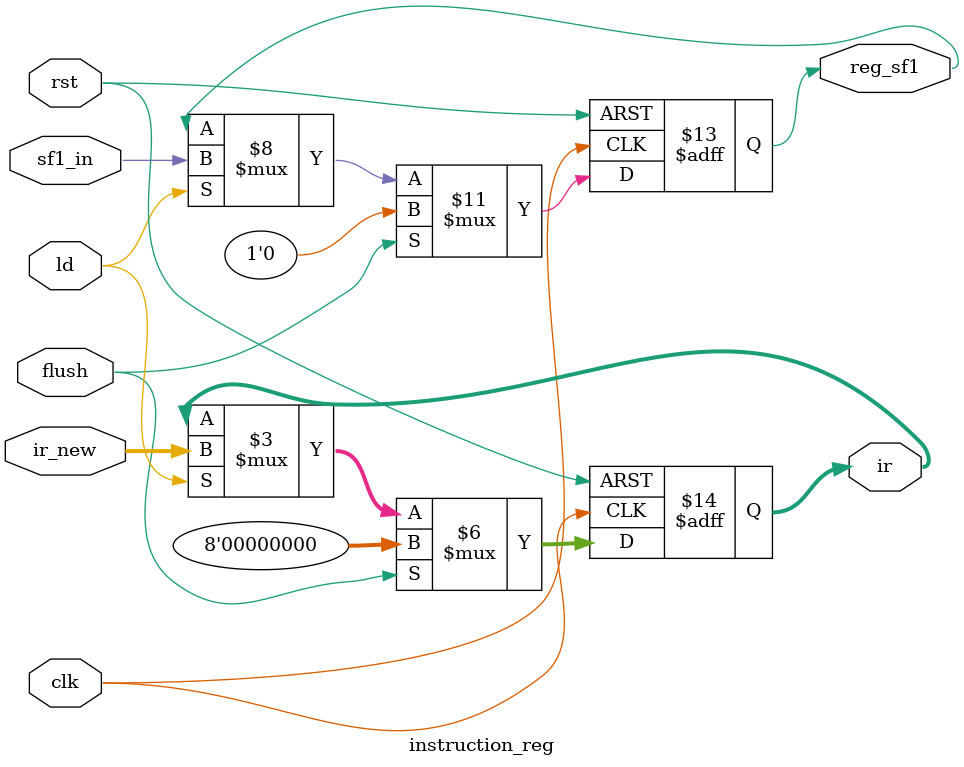
<source format=v>
module instruction_reg  (
    input  clk,rst, flush,
    input  sf1_in,
    input  [7:0] ir_new,
    input  ld ,
    output reg reg_sf1,
    output reg [7:0] ir
);
    always @(posedge clk or negedge rst) begin
        if (!rst) begin
            ir <= 0;
            reg_sf1<= 0;
        end
        else if (flush) begin
            ir <= 0;
            reg_sf1<= 0;
        end
        else if (ld) begin
            ir <= ir_new;
            reg_sf1<= sf1_in;
        end
    end
    
endmodule


</source>
